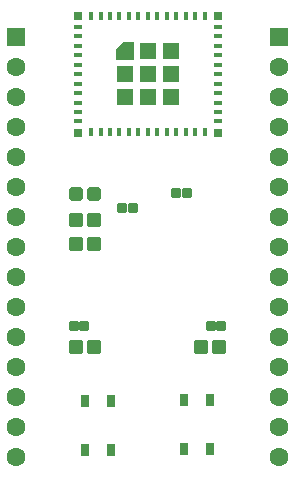
<source format=gbr>
%TF.GenerationSoftware,KiCad,Pcbnew,9.0.2*%
%TF.CreationDate,2025-10-16T21:48:54+11:00*%
%TF.ProjectId,esp32-c3-bare-bones,65737033-322d-4633-932d-626172652d62,0*%
%TF.SameCoordinates,Original*%
%TF.FileFunction,Soldermask,Top*%
%TF.FilePolarity,Negative*%
%FSLAX46Y46*%
G04 Gerber Fmt 4.6, Leading zero omitted, Abs format (unit mm)*
G04 Created by KiCad (PCBNEW 9.0.2) date 2025-10-16 21:48:54*
%MOMM*%
%LPD*%
G01*
G04 APERTURE LIST*
G04 Aperture macros list*
%AMRoundRect*
0 Rectangle with rounded corners*
0 $1 Rounding radius*
0 $2 $3 $4 $5 $6 $7 $8 $9 X,Y pos of 4 corners*
0 Add a 4 corners polygon primitive as box body*
4,1,4,$2,$3,$4,$5,$6,$7,$8,$9,$2,$3,0*
0 Add four circle primitives for the rounded corners*
1,1,$1+$1,$2,$3*
1,1,$1+$1,$4,$5*
1,1,$1+$1,$6,$7*
1,1,$1+$1,$8,$9*
0 Add four rect primitives between the rounded corners*
20,1,$1+$1,$2,$3,$4,$5,0*
20,1,$1+$1,$4,$5,$6,$7,0*
20,1,$1+$1,$6,$7,$8,$9,0*
20,1,$1+$1,$8,$9,$2,$3,0*%
%AMFreePoly0*
4,1,6,0.725000,-0.725000,-0.725000,-0.725000,-0.725000,0.125000,-0.125000,0.725000,0.725000,0.725000,0.725000,-0.725000,0.725000,-0.725000,$1*%
G04 Aperture macros list end*
%ADD10R,0.700000X0.700000*%
%ADD11R,1.450000X1.450000*%
%ADD12FreePoly0,0.000000*%
%ADD13R,0.400000X0.800000*%
%ADD14R,0.800000X0.400000*%
%ADD15RoundRect,0.102000X-0.695000X0.695000X-0.695000X-0.695000X0.695000X-0.695000X0.695000X0.695000X0*%
%ADD16C,1.594000*%
%ADD17RoundRect,0.102000X-0.280000X-0.300000X0.280000X-0.300000X0.280000X0.300000X-0.280000X0.300000X0*%
%ADD18R,0.650000X1.050000*%
%ADD19RoundRect,0.144250X-0.432750X-0.472750X0.432750X-0.472750X0.432750X0.472750X-0.432750X0.472750X0*%
%ADD20RoundRect,0.141750X-0.435250X-0.425250X0.435250X-0.425250X0.435250X0.425250X-0.435250X0.425250X0*%
G04 APERTURE END LIST*
D10*
%TO.C,ESP32-C3-MINI-1*%
X145775000Y-85700000D03*
X145775000Y-95600000D03*
X157675000Y-95600000D03*
X157675000Y-85700000D03*
D11*
X153700000Y-92625000D03*
X153700000Y-90650000D03*
X153700000Y-88675000D03*
X151725000Y-92625000D03*
X151725000Y-90650000D03*
X151725000Y-88675000D03*
X149750000Y-92625000D03*
X149750000Y-90650000D03*
D12*
X149750000Y-88675000D03*
D13*
X146925000Y-85750000D03*
X147725000Y-85750000D03*
X148525000Y-85750000D03*
X149325000Y-85750000D03*
X150125000Y-85750000D03*
X150925000Y-85750000D03*
X151725000Y-85750000D03*
X152525000Y-85750000D03*
X153325000Y-85750000D03*
X154125000Y-85750000D03*
X154925000Y-85750000D03*
X155725000Y-85750000D03*
X156525000Y-85750000D03*
D14*
X157625000Y-86650000D03*
X157625000Y-87450000D03*
X157625000Y-88250000D03*
X157625000Y-89050000D03*
X157625000Y-89850000D03*
X157625000Y-90650000D03*
X157625000Y-91450000D03*
X157625000Y-92250000D03*
X157625000Y-93050000D03*
X157625000Y-93850000D03*
X157625000Y-94650000D03*
D13*
X156525000Y-95550000D03*
X155725000Y-95550000D03*
X154925000Y-95550000D03*
X154125000Y-95550000D03*
X153325000Y-95550000D03*
X152525000Y-95550000D03*
X151725000Y-95550000D03*
X150925000Y-95550000D03*
X150125000Y-95550000D03*
X149325000Y-95550000D03*
X148525000Y-95550000D03*
X147725000Y-95550000D03*
X146925000Y-95550000D03*
D14*
X145825000Y-94650000D03*
X145825000Y-93850000D03*
X145825000Y-93050000D03*
X145825000Y-92250000D03*
X145825000Y-91450000D03*
X145825000Y-90650000D03*
X145825000Y-89850000D03*
X145825000Y-89050000D03*
X145825000Y-88250000D03*
X145825000Y-87450000D03*
X145825000Y-86650000D03*
%TD*%
D15*
%TO.C,J2*%
X162800000Y-87520000D03*
D16*
X162800000Y-90060000D03*
X162800000Y-92600000D03*
X162800000Y-95140000D03*
X162800000Y-97680000D03*
X162800000Y-100220000D03*
X162800000Y-102760000D03*
X162800000Y-105300000D03*
X162800000Y-107840000D03*
X162800000Y-110380000D03*
X162800000Y-112920000D03*
X162800000Y-115460000D03*
X162800000Y-118000000D03*
X162800000Y-120540000D03*
X162800000Y-123080000D03*
%TD*%
D17*
%TO.C,R1*%
X149565000Y-102000000D03*
X150435000Y-102000000D03*
%TD*%
D15*
%TO.C,J1*%
X140600000Y-87520000D03*
D16*
X140600000Y-90060000D03*
X140600000Y-92600000D03*
X140600000Y-95140000D03*
X140600000Y-97680000D03*
X140600000Y-100220000D03*
X140600000Y-102760000D03*
X140600000Y-105300000D03*
X140600000Y-107840000D03*
X140600000Y-110380000D03*
X140600000Y-112920000D03*
X140600000Y-115460000D03*
X140600000Y-118000000D03*
X140600000Y-120540000D03*
X140600000Y-123080000D03*
%TD*%
D18*
%TO.C,BOOT*%
X148575000Y-118325000D03*
X148575000Y-122475000D03*
X146425000Y-118325000D03*
X146425000Y-122475000D03*
%TD*%
D17*
%TO.C,R2*%
X145465000Y-112000000D03*
X146335000Y-112000000D03*
%TD*%
D19*
%TO.C,C2*%
X145610000Y-103000000D03*
X147190000Y-103000000D03*
%TD*%
D17*
%TO.C,R4*%
X154130000Y-100750000D03*
X155000000Y-100750000D03*
%TD*%
D19*
%TO.C,C3*%
X145610000Y-105000000D03*
X147190000Y-105000000D03*
%TD*%
D20*
%TO.C,C1*%
X145660000Y-100800000D03*
X147140000Y-100800000D03*
%TD*%
D18*
%TO.C,RESET*%
X156975000Y-118275000D03*
X156975000Y-122425000D03*
X154825000Y-118275000D03*
X154825000Y-122425000D03*
%TD*%
D19*
%TO.C,C5*%
X156210000Y-113750000D03*
X157790000Y-113750000D03*
%TD*%
%TO.C,C4*%
X145610000Y-113750000D03*
X147190000Y-113750000D03*
%TD*%
D17*
%TO.C,R3*%
X157065000Y-112000000D03*
X157935000Y-112000000D03*
%TD*%
M02*

</source>
